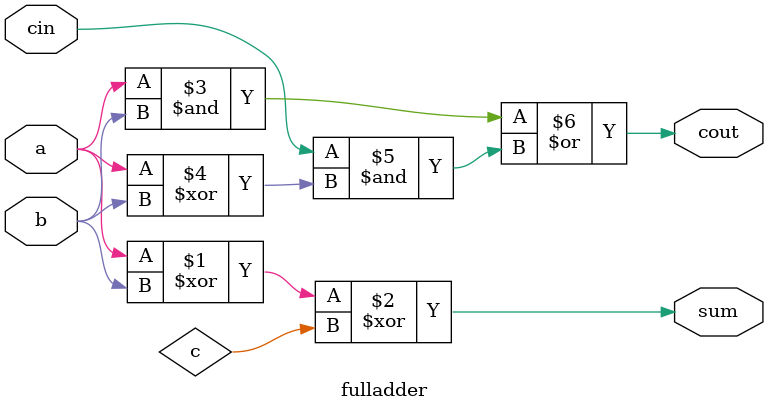
<source format=v>
module fulladder (
    input a,
    input b,
    input cin,
    output sum,
    output cout
);

    assign sum = a ^ b ^ c;
    assign cout = (a & b) | (cin & (a ^ b));
endmodule
</source>
